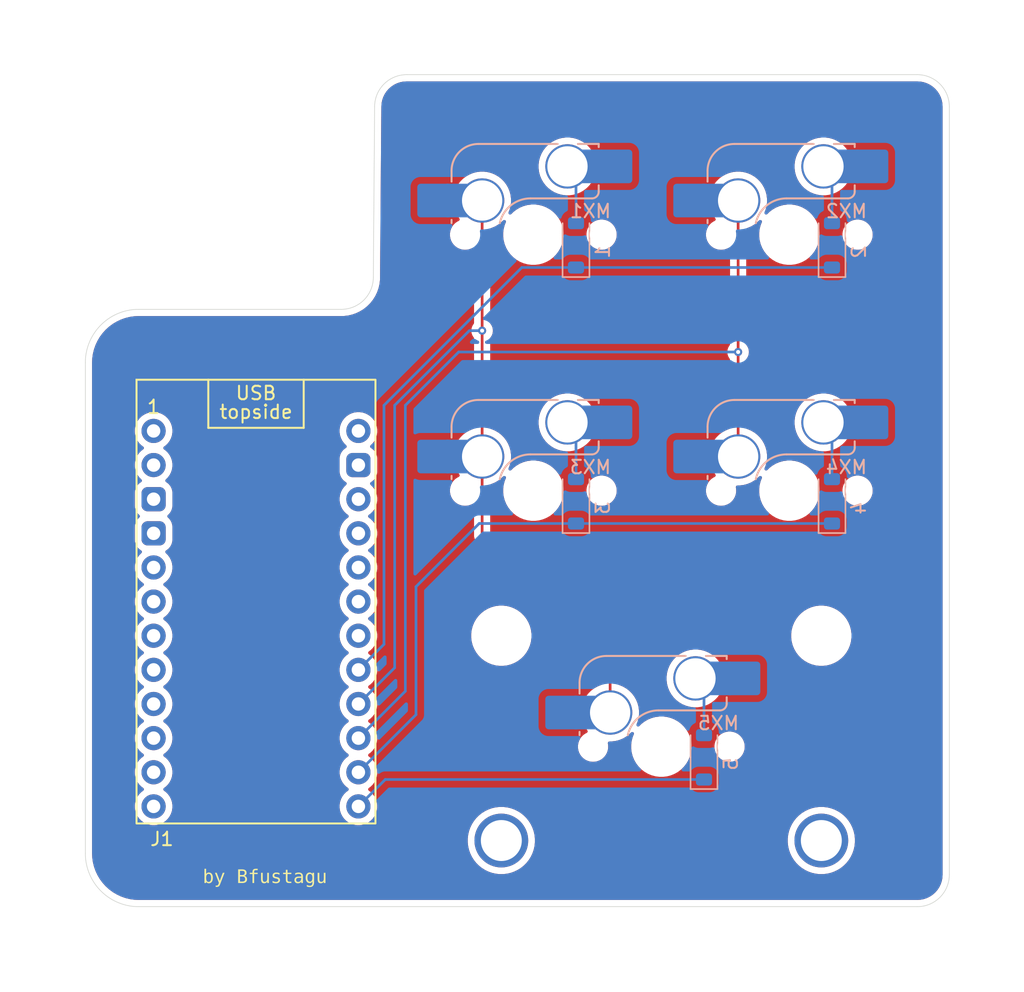
<source format=kicad_pcb>
(kicad_pcb (version 20241229) (generator "pcbnew") (generator_version "9.0")
  (layers (0 "F.Cu" signal) (2 "B.Cu" signal) (13 "F.Paste" user) (15 "B.Paste" user) (5 "F.SilkS" user "F.Silkscreen") (7 "B.SilkS" user "B.Silkscreen") (1 "F.Mask" user) (3 "B.Mask" user) (25 "Edge.Cuts" user))
  (net 0 "")
  (net 1 "Net-(D1-A)")
  (net 2 "Net-(D2-A)")
  (net 3 "Net-(D3-A)")
  (net 4 "Net-(D4-A)")
  (net 5 "Net-(D5-A)")
  (net 25 "row_1")
  (net 26 "row_2")
  (net 27 "row_3")
  (net 28 "col_2")
  (net 29 "col_1")
  (footprint "PCM_marbastlib-xp-promicroish:ProMicro_USBup" (layer "F.Cu") (at 64.4525 87.63)
    (property "Reference" "J1" (at -7 16.4 0) (layer "F.SilkS"))
    (property "Value" "Conn_02x12_Top_Bottom")
    (fp_line (start -3.55 -14.2) (end -3.55 -17.78) (stroke (width 0.15)) (layer "F.SilkS"))
    (fp_line (start 3.55 -14.2) (end -3.55 -14.2) (stroke (width 0.15)) (layer "F.SilkS"))
    (fp_line (start 3.55 -14.2) (end 3.55 -17.78) (stroke (width 0.15)) (layer "F.SilkS"))
    (fp_rect (start -8.89 -17.78) (end 8.89 15.24) (stroke (width 0.15)) (fill no) (layer "F.SilkS"))
    (fp_text user "1" (at -7.62 -15.17 0) (layer "F.SilkS") (effects (justify bottom)))
    (fp_text user "topside" (at 0 -14.8 0) (layer "F.SilkS") (effects (justify bottom)))
    (fp_text user "USB" (at 0 -16.2 0) (layer "F.SilkS") (effects (justify bottom)))
    (pad "1" thru_hole circle (at -7.62 -13.97) (size 1.8 1.8) (drill 1) (layers "*.Cu" "B.Mask"))
    (pad "2" thru_hole circle (at -7.62 -11.43) (size 1.8 1.8) (drill 1) (layers "*.Cu" "B.Mask"))
    (pad "3" thru_hole roundrect (at -7.62 -8.89) (size 1.8 1.8) (drill 1) (layers "*.Cu" "B.Mask"))
    (pad "4" thru_hole roundrect (at -7.62 -6.35) (size 1.8 1.8) (drill 1) (layers "*.Cu" "B.Mask"))
    (pad "5" thru_hole circle (at -7.62 -3.81) (size 1.8 1.8) (drill 1) (layers "*.Cu" "B.Mask"))
    (pad "6" thru_hole circle (at -7.62 -1.27) (size 1.8 1.8) (drill 1) (layers "*.Cu" "B.Mask"))
    (pad "7" thru_hole circle (at -7.62 1.27) (size 1.8 1.8) (drill 1) (layers "*.Cu" "B.Mask"))
    (pad "8" thru_hole circle (at -7.62 3.81) (size 1.8 1.8) (drill 1) (layers "*.Cu" "B.Mask"))
    (pad "9" thru_hole circle (at -7.62 6.35) (size 1.8 1.8) (drill 1) (layers "*.Cu" "B.Mask"))
    (pad "10" thru_hole circle (at -7.62 8.89) (size 1.8 1.8) (drill 1) (layers "*.Cu" "B.Mask"))
    (pad "11" thru_hole circle (at -7.62 11.43) (size 1.8 1.8) (drill 1) (layers "*.Cu" "B.Mask"))
    (pad "12" thru_hole circle (at -7.62 13.97) (size 1.8 1.8) (drill 1) (layers "*.Cu" "B.Mask"))
    (pad "13" thru_hole circle (at 7.62 -13.97) (size 1.8 1.8) (drill 1) (layers "*.Cu" "B.Mask"))
    (pad "14" thru_hole roundrect (at 7.62 -11.43) (size 1.8 1.8) (drill 1) (layers "*.Cu" "B.Mask"))
    (pad "15" thru_hole circle (at 7.62 -8.89) (size 1.8 1.8) (drill 1) (layers "*.Cu" "B.Mask"))
    (pad "16" thru_hole circle (at 7.62 -6.35) (size 1.8 1.8) (drill 1) (layers "*.Cu" "B.Mask"))
    (pad "17" thru_hole circle (at 7.62 -3.81) (size 1.8 1.8) (drill 1) (layers "*.Cu" "B.Mask"))
    (pad "18" thru_hole circle (at 7.62 -1.27) (size 1.8 1.8) (drill 1) (layers "*.Cu" "B.Mask"))
    (pad "19" thru_hole circle (at 7.62 1.27) (size 1.8 1.8) (drill 1) (layers "*.Cu" "B.Mask"))
    (pad "20" thru_hole circle (at 7.62 3.81) (size 1.8 1.8) (drill 1) (layers "*.Cu" "B.Mask") (net 25 "row_1"))
    (pad "21" thru_hole circle (at 7.62 6.35) (size 1.8 1.8) (drill 1) (layers "*.Cu" "B.Mask") (net 29 "col_1"))
    (pad "22" thru_hole circle (at 7.62 8.89) (size 1.8 1.8) (drill 1) (layers "*.Cu" "B.Mask") (net 28 "col_2"))
    (pad "23" thru_hole circle (at 7.62 11.43) (size 1.8 1.8) (drill 1) (layers "*.Cu" "B.Mask") (net 26 "row_2"))
    (pad "24" thru_hole circle (at 7.62 13.97) (size 1.8 1.8) (drill 1) (layers "*.Cu" "B.Mask") (net 27 "row_3"))
  )
  (footprint "PCM_marbastlib-mx:STAB_MX_P_2u" (layer "F.Cu") (at 94.615 97.155 180)
    (property "Reference" "S1" (hide yes))
    (property "Value" "MX_stab")
    (pad "" thru_hole circle (at -11.90625 -6.985 180) (size 4 4) (drill 3.048) (layers "*.Cu" "B.Mask"))
    (pad "" np_thru_hole circle (at -11.90625 8.255 180) (size 3.9878 3.9878) (drill 3.9878) (layers "*.Cu" "*.Mask"))
    (pad "" thru_hole circle (at 11.90625 -6.985 180) (size 4 4) (drill 3.048) (layers "*.Cu" "B.Mask"))
    (pad "" np_thru_hole circle (at 11.90625 8.255 180) (size 3.9878 3.9878) (drill 3.9878) (layers "*.Cu" "*.Mask"))
  )
  (footprint "Diode_SMD:D_SOD-123" (layer "B.Cu") (at 107.315 59.84875 90)
    (property "Reference" "D2" (at 0 2 90) (layer "B.SilkS") (effects (justify mirror)))
    (property "Value" "D_Small")
    (fp_line (start -2.36 -1) (end 1.65 -1) (stroke (width 0.12)) (layer "B.SilkS"))
    (fp_line (start -2.36 1) (end -2.36 -1) (stroke (width 0.12)) (layer "B.SilkS"))
    (fp_line (start -2.36 1) (end 1.65 1) (stroke (width 0.12)) (layer "B.SilkS"))
    (pad "1" smd roundrect (at -1.65 0 90) (size 0.9 1.2) (layers "B.Cu" "B.Mask" "B.Paste") (net 25 "row_1"))
    (pad "2" smd roundrect (at 1.65 0 90) (size 0.9 1.2) (layers "B.Cu" "B.Mask" "B.Paste") (net 2 "Net-(D2-A)"))
  )
  (footprint "Diode_SMD:D_SOD-123" (layer "B.Cu") (at 88.265 78.89875 90)
    (property "Reference" "D3" (at 0 2 90) (layer "B.SilkS") (effects (justify mirror)))
    (property "Value" "D_Small")
    (fp_line (start -2.36 -1) (end 1.65 -1) (stroke (width 0.12)) (layer "B.SilkS"))
    (fp_line (start -2.36 1) (end -2.36 -1) (stroke (width 0.12)) (layer "B.SilkS"))
    (fp_line (start -2.36 1) (end 1.65 1) (stroke (width 0.12)) (layer "B.SilkS"))
    (pad "1" smd roundrect (at -1.65 0 90) (size 0.9 1.2) (layers "B.Cu" "B.Mask" "B.Paste") (net 26 "row_2"))
    (pad "2" smd roundrect (at 1.65 0 90) (size 0.9 1.2) (layers "B.Cu" "B.Mask" "B.Paste") (net 3 "Net-(D3-A)"))
  )
  (footprint "Diode_SMD:D_SOD-123" (layer "B.Cu") (at 88.265 59.84875 90)
    (property "Reference" "D1" (at 0 2 90) (layer "B.SilkS") (effects (justify mirror)))
    (property "Value" "D_Small")
    (fp_line (start -2.36 -1) (end 1.65 -1) (stroke (width 0.12)) (layer "B.SilkS"))
    (fp_line (start -2.36 1) (end -2.36 -1) (stroke (width 0.12)) (layer "B.SilkS"))
    (fp_line (start -2.36 1) (end 1.65 1) (stroke (width 0.12)) (layer "B.SilkS"))
    (pad "1" smd roundrect (at -1.65 0 90) (size 0.9 1.2) (layers "B.Cu" "B.Mask" "B.Paste") (net 25 "row_1"))
    (pad "2" smd roundrect (at 1.65 0 90) (size 0.9 1.2) (layers "B.Cu" "B.Mask" "B.Paste") (net 1 "Net-(D1-A)"))
  )
  (footprint "PCM_marbastlib-mx:SW_MX_HS_CPG151101S11_1u" (layer "B.Cu") (at 104.14 78.105 180)
    (property "Reference" "MX4" (at -4.25 1.75 0) (layer "B.SilkS") (effects (justify mirror)))
    (property "Value" "MX_SW_HS")
    (fp_line (start 6.085176 3.95022) (end 6.085176 4.75022) (stroke (width 0.15)) (layer "B.SilkS"))
    (fp_line (start 6.085176 1.10022) (end 6.085176 0.86022) (stroke (width 0.15)) (layer "B.SilkS"))
    (fp_line (start 4.085176 6.75022) (end -1.814824 6.75022) (stroke (width 0.15)) (layer "B.SilkS"))
    (fp_line (start -3.314824 6.75022) (end -4.864824 6.75022) (stroke (width 0.15)) (layer "B.SilkS"))
    (fp_line (start -4.364824 2.70022) (end 0.2 2.70022) (stroke (width 0.15)) (layer "B.SilkS"))
    (fp_line (start -4.864824 6.75022) (end -4.864824 6.52022) (stroke (width 0.15)) (layer "B.SilkS"))
    (fp_line (start -4.864824 3.67022) (end -4.864824 3.20022) (stroke (width 0.15)) (layer "B.SilkS"))
    (fp_arc (start 6.085176 4.75022) (mid 5.499389 6.164432) (end 4.085176 6.75022) (stroke (width 0.15)) (layer "B.SilkS"))
    (fp_arc (start 2.494322 0.86022) (mid 1.670693 2.183637) (end 0.2 2.70022) (stroke (width 0.15)) (layer "B.SilkS"))
    (fp_arc (start -4.864824 3.20022) (mid -4.718377 2.846667) (end -4.364824 2.70022) (stroke (width 0.15)) (layer "B.SilkS"))
    (pad "" np_thru_hole circle (at -5.08 0 180) (size 1.75 1.75) (drill 1.75) (layers "*.Cu" "*.Mask"))
    (pad "" np_thru_hole circle (at 0 0 180) (size 3.9878 3.9878) (drill 3.9878) (layers "*.Cu" "*.Mask"))
    (pad "" np_thru_hole circle (at 5.08 0 180) (size 1.75 1.75) (drill 1.75) (layers "*.Cu" "*.Mask"))
    (pad "1" thru_hole circle (at 3.81 2.54 180) (size 3.3 3.3) (drill 3) (layers "*.Cu" "*.Mask") (net 28 "col_2"))
    (pad "1" smd rect (at 5.635 2.54) (size 1.65 2.5) (layers "B.Cu") (net 28 "col_2"))
    (pad "1" smd roundrect (at 7.36 2.54 180) (size 2.55 2.5) (layers "B.Cu" "B.Mask" "B.Paste") (roundrect_rratio 0.1) (net 28 "col_2"))
    (pad "2" smd roundrect (at -6.09 5.08 180) (size 2.55 2.5) (layers "B.Cu" "B.Mask" "B.Paste") (roundrect_rratio 0.1) (net 4 "Net-(D4-A)"))
    (pad "2" smd rect (at -4.34 5.08 180) (size 1.65 2.5) (layers "B.Cu") (net 4 "Net-(D4-A)"))
    (pad "2" thru_hole circle (at -2.54 5.08 180) (size 3.3 3.3) (drill 3) (layers "*.Cu" "*.Mask") (net 4 "Net-(D4-A)"))
  )
  (footprint "PCM_marbastlib-mx:SW_MX_HS_CPG151101S11_1u" (layer "B.Cu") (at 85.09 78.105 180)
    (property "Reference" "MX3" (at -4.25 1.75 0) (layer "B.SilkS") (effects (justify mirror)))
    (property "Value" "MX_SW_HS")
    (fp_line (start 6.085176 3.95022) (end 6.085176 4.75022) (stroke (width 0.15)) (layer "B.SilkS"))
    (fp_line (start 6.085176 1.10022) (end 6.085176 0.86022) (stroke (width 0.15)) (layer "B.SilkS"))
    (fp_line (start 4.085176 6.75022) (end -1.814824 6.75022) (stroke (width 0.15)) (layer "B.SilkS"))
    (fp_line (start -3.314824 6.75022) (end -4.864824 6.75022) (stroke (width 0.15)) (layer "B.SilkS"))
    (fp_line (start -4.364824 2.70022) (end 0.2 2.70022) (stroke (width 0.15)) (layer "B.SilkS"))
    (fp_line (start -4.864824 6.75022) (end -4.864824 6.52022) (stroke (width 0.15)) (layer "B.SilkS"))
    (fp_line (start -4.864824 3.67022) (end -4.864824 3.20022) (stroke (width 0.15)) (layer "B.SilkS"))
    (fp_arc (start 6.085176 4.75022) (mid 5.499389 6.164432) (end 4.085176 6.75022) (stroke (width 0.15)) (layer "B.SilkS"))
    (fp_arc (start 2.494322 0.86022) (mid 1.670693 2.183637) (end 0.2 2.70022) (stroke (width 0.15)) (layer "B.SilkS"))
    (fp_arc (start -4.864824 3.20022) (mid -4.718377 2.846667) (end -4.364824 2.70022) (stroke (width 0.15)) (layer "B.SilkS"))
    (pad "" np_thru_hole circle (at -5.08 0 180) (size 1.75 1.75) (drill 1.75) (layers "*.Cu" "*.Mask"))
    (pad "" np_thru_hole circle (at 0 0 180) (size 3.9878 3.9878) (drill 3.9878) (layers "*.Cu" "*.Mask"))
    (pad "" np_thru_hole circle (at 5.08 0 180) (size 1.75 1.75) (drill 1.75) (layers "*.Cu" "*.Mask"))
    (pad "1" thru_hole circle (at 3.81 2.54 180) (size 3.3 3.3) (drill 3) (layers "*.Cu" "*.Mask") (net 29 "col_1"))
    (pad "1" smd rect (at 5.635 2.54) (size 1.65 2.5) (layers "B.Cu") (net 29 "col_1"))
    (pad "1" smd roundrect (at 7.36 2.54 180) (size 2.55 2.5) (layers "B.Cu" "B.Mask" "B.Paste") (roundrect_rratio 0.1) (net 29 "col_1"))
    (pad "2" smd roundrect (at -6.09 5.08 180) (size 2.55 2.5) (layers "B.Cu" "B.Mask" "B.Paste") (roundrect_rratio 0.1) (net 3 "Net-(D3-A)"))
    (pad "2" smd rect (at -4.34 5.08 180) (size 1.65 2.5) (layers "B.Cu") (net 3 "Net-(D3-A)"))
    (pad "2" thru_hole circle (at -2.54 5.08 180) (size 3.3 3.3) (drill 3) (layers "*.Cu" "*.Mask") (net 3 "Net-(D3-A)"))
  )
  (footprint "PCM_marbastlib-mx:SW_MX_HS_CPG151101S11_1u" (layer "B.Cu") (at 104.14 59.055 180)
    (property "Reference" "MX2" (at -4.25 1.75 0) (layer "B.SilkS") (effects (justify mirror)))
    (property "Value" "MX_SW_HS")
    (fp_line (start 6.085176 3.95022) (end 6.085176 4.75022) (stroke (width 0.15)) (layer "B.SilkS"))
    (fp_line (start 6.085176 1.10022) (end 6.085176 0.86022) (stroke (width 0.15)) (layer "B.SilkS"))
    (fp_line (start 4.085176 6.75022) (end -1.814824 6.75022) (stroke (width 0.15)) (layer "B.SilkS"))
    (fp_line (start -3.314824 6.75022) (end -4.864824 6.75022) (stroke (width 0.15)) (layer "B.SilkS"))
    (fp_line (start -4.364824 2.70022) (end 0.2 2.70022) (stroke (width 0.15)) (layer "B.SilkS"))
    (fp_line (start -4.864824 6.75022) (end -4.864824 6.52022) (stroke (width 0.15)) (layer "B.SilkS"))
    (fp_line (start -4.864824 3.67022) (end -4.864824 3.20022) (stroke (width 0.15)) (layer "B.SilkS"))
    (fp_arc (start 6.085176 4.75022) (mid 5.499389 6.164432) (end 4.085176 6.75022) (stroke (width 0.15)) (layer "B.SilkS"))
    (fp_arc (start 2.494322 0.86022) (mid 1.670693 2.183637) (end 0.2 2.70022) (stroke (width 0.15)) (layer "B.SilkS"))
    (fp_arc (start -4.864824 3.20022) (mid -4.718377 2.846667) (end -4.364824 2.70022) (stroke (width 0.15)) (layer "B.SilkS"))
    (pad "" np_thru_hole circle (at -5.08 0 180) (size 1.75 1.75) (drill 1.75) (layers "*.Cu" "*.Mask"))
    (pad "" np_thru_hole circle (at 0 0 180) (size 3.9878 3.9878) (drill 3.9878) (layers "*.Cu" "*.Mask"))
    (pad "" np_thru_hole circle (at 5.08 0 180) (size 1.75 1.75) (drill 1.75) (layers "*.Cu" "*.Mask"))
    (pad "1" thru_hole circle (at 3.81 2.54 180) (size 3.3 3.3) (drill 3) (layers "*.Cu" "*.Mask") (net 28 "col_2"))
    (pad "1" smd rect (at 5.635 2.54) (size 1.65 2.5) (layers "B.Cu") (net 28 "col_2"))
    (pad "1" smd roundrect (at 7.36 2.54 180) (size 2.55 2.5) (layers "B.Cu" "B.Mask" "B.Paste") (roundrect_rratio 0.1) (net 28 "col_2"))
    (pad "2" smd roundrect (at -6.09 5.08 180) (size 2.55 2.5) (layers "B.Cu" "B.Mask" "B.Paste") (roundrect_rratio 0.1) (net 2 "Net-(D2-A)"))
    (pad "2" smd rect (at -4.34 5.08 180) (size 1.65 2.5) (layers "B.Cu") (net 2 "Net-(D2-A)"))
    (pad "2" thru_hole circle (at -2.54 5.08 180) (size 3.3 3.3) (drill 3) (layers "*.Cu" "*.Mask") (net 2 "Net-(D2-A)"))
  )
  (footprint "Diode_SMD:D_SOD-123" (layer "B.Cu") (at 97.79 97.94875 90)
    (property "Reference" "D5" (at 0 2 90) (layer "B.SilkS") (effects (justify mirror)))
    (property "Value" "D_Small")
    (fp_line (start -2.36 -1) (end 1.65 -1) (stroke (width 0.12)) (layer "B.SilkS"))
    (fp_line (start -2.36 1) (end -2.36 -1) (stroke (width 0.12)) (layer "B.SilkS"))
    (fp_line (start -2.36 1) (end 1.65 1) (stroke (width 0.12)) (layer "B.SilkS"))
    (pad "1" smd roundrect (at -1.65 0 90) (size 0.9 1.2) (layers "B.Cu" "B.Mask" "B.Paste") (net 27 "row_3"))
    (pad "2" smd roundrect (at 1.65 0 90) (size 0.9 1.2) (layers "B.Cu" "B.Mask" "B.Paste") (net 5 "Net-(D5-A)"))
  )
  (footprint "Diode_SMD:D_SOD-123" (layer "B.Cu") (at 107.315 78.89875 90)
    (property "Reference" "D4" (at 0 2 90) (layer "B.SilkS") (effects (justify mirror)))
    (property "Value" "D_Small")
    (fp_line (start -2.36 -1) (end 1.65 -1) (stroke (width 0.12)) (layer "B.SilkS"))
    (fp_line (start -2.36 1) (end -2.36 -1) (stroke (width 0.12)) (layer "B.SilkS"))
    (fp_line (start -2.36 1) (end 1.65 1) (stroke (width 0.12)) (layer "B.SilkS"))
    (pad "1" smd roundrect (at -1.65 0 90) (size 0.9 1.2) (layers "B.Cu" "B.Mask" "B.Paste") (net 26 "row_2"))
    (pad "2" smd roundrect (at 1.65 0 90) (size 0.9 1.2) (layers "B.Cu" "B.Mask" "B.Paste") (net 4 "Net-(D4-A)"))
  )
  (footprint "PCM_marbastlib-mx:SW_MX_HS_CPG151101S11_1u" (layer "B.Cu") (at 94.615 97.155 180)
    (property "Reference" "MX5" (at -4.25 1.75 0) (layer "B.SilkS") (effects (justify mirror)))
    (property "Value" "MX_SW_HS")
    (fp_line (start 6.085176 3.95022) (end 6.085176 4.75022) (stroke (width 0.15)) (layer "B.SilkS"))
    (fp_line (start 6.085176 1.10022) (end 6.085176 0.86022) (stroke (width 0.15)) (layer "B.SilkS"))
    (fp_line (start 4.085176 6.75022) (end -1.814824 6.75022) (stroke (width 0.15)) (layer "B.SilkS"))
    (fp_line (start -3.314824 6.75022) (end -4.864824 6.75022) (stroke (width 0.15)) (layer "B.SilkS"))
    (fp_line (start -4.364824 2.70022) (end 0.2 2.70022) (stroke (width 0.15)) (layer "B.SilkS"))
    (fp_line (start -4.864824 6.75022) (end -4.864824 6.52022) (stroke (width 0.15)) (layer "B.SilkS"))
    (fp_line (start -4.864824 3.67022) (end -4.864824 3.20022) (stroke (width 0.15)) (layer "B.SilkS"))
    (fp_arc (start 6.085176 4.75022) (mid 5.499389 6.164432) (end 4.085176 6.75022) (stroke (width 0.15)) (layer "B.SilkS"))
    (fp_arc (start 2.494322 0.86022) (mid 1.670693 2.183637) (end 0.2 2.70022) (stroke (width 0.15)) (layer "B.SilkS"))
    (fp_arc (start -4.864824 3.20022) (mid -4.718377 2.846667) (end -4.364824 2.70022) (stroke (width 0.15)) (layer "B.SilkS"))
    (pad "" np_thru_hole circle (at -5.08 0 180) (size 1.75 1.75) (drill 1.75) (layers "*.Cu" "*.Mask"))
    (pad "" np_thru_hole circle (at 0 0 180) (size 3.9878 3.9878) (drill 3.9878) (layers "*.Cu" "*.Mask"))
    (pad "" np_thru_hole circle (at 5.08 0 180) (size 1.75 1.75) (drill 1.75) (layers "*.Cu" "*.Mask"))
    (pad "1" thru_hole circle (at 3.81 2.54 180) (size 3.3 3.3) (drill 3) (layers "*.Cu" "*.Mask") (net 29 "col_1"))
    (pad "1" smd rect (at 5.635 2.54) (size 1.65 2.5) (layers "B.Cu") (net 29 "col_1"))
    (pad "1" smd roundrect (at 7.36 2.54 180) (size 2.55 2.5) (layers "B.Cu" "B.Mask" "B.Paste") (roundrect_rratio 0.1) (net 29 "col_1"))
    (pad "2" smd roundrect (at -6.09 5.08 180) (size 2.55 2.5) (layers "B.Cu" "B.Mask" "B.Paste") (roundrect_rratio 0.1) (net 5 "Net-(D5-A)"))
    (pad "2" smd rect (at -4.34 5.08 180) (size 1.65 2.5) (layers "B.Cu") (net 5 "Net-(D5-A)"))
    (pad "2" thru_hole circle (at -2.54 5.08 180) (size 3.3 3.3) (drill 3) (layers "*.Cu" "*.Mask") (net 5 "Net-(D5-A)"))
  )
  (footprint "PCM_marbastlib-mx:SW_MX_HS_CPG151101S11_1u" (layer "B.Cu") (at 85.09 59.055 180)
    (property "Reference" "MX1" (at -4.25 1.75 0) (layer "B.SilkS") (effects (justify mirror)))
    (property "Value" "MX_SW_HS")
    (fp_line (start 6.085176 3.95022) (end 6.085176 4.75022) (stroke (width 0.15)) (layer "B.SilkS"))
    (fp_line (start 6.085176 1.10022) (end 6.085176 0.86022) (stroke (width 0.15)) (layer "B.SilkS"))
    (fp_line (start 4.085176 6.75022) (end -1.814824 6.75022) (stroke (width 0.15)) (layer "B.SilkS"))
    (fp_line (start -3.314824 6.75022) (end -4.864824 6.75022) (stroke (width 0.15)) (layer "B.SilkS"))
    (fp_line (start -4.364824 2.70022) (end 0.2 2.70022) (stroke (width 0.15)) (layer "B.SilkS"))
    (fp_line (start -4.864824 6.75022) (end -4.864824 6.52022) (stroke (width 0.15)) (layer "B.SilkS"))
    (fp_line (start -4.864824 3.67022) (end -4.864824 3.20022) (stroke (width 0.15)) (layer "B.SilkS"))
    (fp_arc (start 6.085176 4.75022) (mid 5.499389 6.164432) (end 4.085176 6.75022) (stroke (width 0.15)) (layer "B.SilkS"))
    (fp_arc (start 2.494322 0.86022) (mid 1.670693 2.183637) (end 0.2 2.70022) (stroke (width 0.15)) (layer "B.SilkS"))
    (fp_arc (start -4.864824 3.20022) (mid -4.718377 2.846667) (end -4.364824 2.70022) (stroke (width 0.15)) (layer "B.SilkS"))
    (pad "" np_thru_hole circle (at -5.08 0 180) (size 1.75 1.75) (drill 1.75) (layers "*.Cu" "*.Mask"))
    (pad "" np_thru_hole circle (at 0 0 180) (size 3.9878 3.9878) (drill 3.9878) (layers "*.Cu" "*.Mask"))
    (pad "" np_thru_hole circle (at 5.08 0 180) (size 1.75 1.75) (drill 1.75) (layers "*.Cu" "*.Mask"))
    (pad "1" thru_hole circle (at 3.81 2.54 180) (size 3.3 3.3) (drill 3) (layers "*.Cu" "*.Mask") (net 29 "col_1"))
    (pad "1" smd rect (at 5.635 2.54) (size 1.65 2.5) (layers "B.Cu") (net 29 "col_1"))
    (pad "1" smd roundrect (at 7.36 2.54 180) (size 2.55 2.5) (layers "B.Cu" "B.Mask" "B.Paste") (roundrect_rratio 0.1) (net 29 "col_1"))
    (pad "2" smd roundrect (at -6.09 5.08 180) (size 2.55 2.5) (layers "B.Cu" "B.Mask" "B.Paste") (roundrect_rratio 0.1) (net 1 "Net-(D1-A)"))
    (pad "2" smd rect (at -4.34 5.08 180) (size 1.65 2.5) (layers "B.Cu") (net 1 "Net-(D1-A)"))
    (pad "2" thru_hole circle (at -2.54 5.08 180) (size 3.3 3.3) (drill 3) (layers "*.Cu" "*.Mask") (net 1 "Net-(D1-A)"))
  )
  (gr_arc (start 73.18375 62.23) (mid 72.486298 63.913798) (end 70.8025 64.61125) (stroke (width 0.05)) (layer "Edge.Cuts"))
  (gr_line (start 51.7525 105.0925) (end 51.7525 68.58) (stroke (width 0.05)) (layer "Edge.Cuts"))
  (gr_line (start 116.04625 49.53) (end 116.04625 106.68) (stroke (width 0.05)) (layer "Edge.Cuts"))
  (gr_line (start 55.72125 64.61125) (end 70.8025 64.61125) (stroke (width 0.05)) (layer "Edge.Cuts"))
  (gr_arc (start 116.04625 106.68) (mid 115.348798 108.363798) (end 113.665 109.06125) (stroke (width 0.05)) (layer "Edge.Cuts"))
  (gr_line (start 75.6613 47.14875) (end 113.665 47.14875) (stroke (width 0.05)) (layer "Edge.Cuts"))
  (gr_arc (start 113.665 47.14875) (mid 115.348798 47.846202) (end 116.04625 49.53) (stroke (width 0.05)) (layer "Edge.Cuts"))
  (gr_line (start 113.665 109.06125) (end 55.72125 109.06125) (stroke (width 0.05)) (layer "Edge.Cuts"))
  (gr_arc (start 55.72125 109.06125) (mid 52.91492 107.89883) (end 51.7525 105.0925) (stroke (width 0.05)) (layer "Edge.Cuts"))
  (gr_arc (start 73.280048 49.53) (mid 73.9775 47.846202) (end 75.661298 47.14875) (stroke (width 0.05)) (layer "Edge.Cuts"))
  (gr_line (start 73.280048 49.53) (end 73.18375 62.23) (stroke (width 0.05)) (layer "Edge.Cuts"))
  (gr_arc (start 51.7525 68.58) (mid 52.91492 65.77367) (end 55.72125 64.61125) (stroke (width 0.05)) (layer "Edge.Cuts"))
  (gr_text "by Bfustagu" (at 60.48375 107.47375 0) (layer "F.SilkS") (effects (font (size 1 1) (thickness 0.1875)) (justify left bottom)))
  (segment (start 88.265 54.61) (end 87.63 53.975) (width 0.2) (layer "B.Cu") (net 1))
  (segment (start 88.265 58.19875) (end 88.265 54.61) (width 0.2) (layer "B.Cu") (net 1))
  (segment (start 107.315 54.61) (end 106.68 53.975) (width 0.2) (layer "B.Cu") (net 2))
  (segment (start 107.315 58.19875) (end 107.315 54.61) (width 0.2) (layer "B.Cu") (net 2))
  (segment (start 88.265 73.66) (end 87.63 73.025) (width 0.2) (layer "B.Cu") (net 3))
  (segment (start 88.265 77.24875) (end 88.265 73.66) (width 0.2) (layer "B.Cu") (net 3))
  (segment (start 107.315 77.24875) (end 107.315 73.66) (width 0.2) (layer "B.Cu") (net 4))
  (segment (start 107.315 73.66) (end 106.68 73.025) (width 0.2) (layer "B.Cu") (net 4))
  (segment (start 97.79 92.71) (end 97.155 92.075) (width 0.2) (layer "B.Cu") (net 5))
  (segment (start 97.79 96.29875) (end 97.79 92.71) (width 0.2) (layer "B.Cu") (net 5))
  (segment (start 107.315 61.49875) (end 88.265 61.49875) (width 0.2) (layer "B.Cu") (net 25))
  (segment (start 73.9775 71.755) (end 73.9775 89.535) (width 0.2) (layer "B.Cu") (net 25))
  (segment (start 88.265 61.49875) (end 84.23375 61.49875) (width 0.2) (layer "B.Cu") (net 25))
  (segment (start 84.23375 61.49875) (end 73.9775 71.755) (width 0.2) (layer "B.Cu") (net 25))
  (segment (start 73.9775 89.535) (end 72.0725 91.44) (width 0.2) (layer "B.Cu") (net 25))
  (segment (start 81.05875 80.54875) (end 88.265 80.54875) (width 0.2) (layer "B.Cu") (net 26))
  (segment (start 72.0725 99.06) (end 76.35875 94.77375) (width 0.2) (layer "B.Cu") (net 26))
  (segment (start 76.35875 85.24875) (end 81.05875 80.54875) (width 0.2) (layer "B.Cu") (net 26))
  (segment (start 107.315 80.54875) (end 88.265 80.54875) (width 0.2) (layer "B.Cu") (net 26))
  (segment (start 76.35875 94.77375) (end 76.35875 85.24875) (width 0.2) (layer "B.Cu") (net 26))
  (segment (start 74.07375 99.59875) (end 97.79 99.59875) (width 0.2) (layer "B.Cu") (net 27))
  (segment (start 72.0725 101.6) (end 74.07375 99.59875) (width 0.2) (layer "B.Cu") (net 27))
  (segment (start 100.33 56.515) (end 100.33 67.78625) (width 0.2) (layer "F.Cu") (net 28))
  (segment (start 100.33 67.78625) (end 100.33 75.565) (width 0.2) (layer "F.Cu") (net 28))
  (via (at 100.33 67.78625) (size 0.6) (drill 0.3) (layers "F.Cu" "B.Cu") (net 28))
  (segment (start 72.0725 96.52) (end 75.565 93.0275) (width 0.2) (layer "B.Cu") (net 28))
  (segment (start 79.53375 67.78625) (end 100.33 67.78625) (width 0.2) (layer "B.Cu") (net 28))
  (segment (start 75.565 93.0275) (end 75.565 71.755) (width 0.2) (layer "B.Cu") (net 28))
  (segment (start 75.565 71.755) (end 79.53375 67.78625) (width 0.2) (layer "B.Cu") (net 28))
  (segment (start 90.805 86.995) (end 90.805 94.615) (width 0.2) (layer "F.Cu") (net 29))
  (segment (start 81.28 81.43875) (end 85.09 85.24875) (width 0.2) (layer "F.Cu") (net 29))
  (segment (start 89.05875 85.24875) (end 90.805 86.995) (width 0.2) (layer "F.Cu") (net 29))
  (segment (start 81.28 75.565) (end 81.28 81.43875) (width 0.2) (layer "F.Cu") (net 29))
  (segment (start 81.28 56.515) (end 81.28 66.19875) (width 0.2) (layer "F.Cu") (net 29))
  (segment (start 81.28 66.19875) (end 81.28 75.565) (width 0.2) (layer "F.Cu") (net 29))
  (segment (start 85.09 85.24875) (end 89.05875 85.24875) (width 0.2) (layer "F.Cu") (net 29))
  (via (at 81.28 66.19875) (size 0.6) (drill 0.3) (layers "F.Cu" "B.Cu") (net 29))
  (segment (start 72.0725 93.98) (end 74.77125 91.28125) (width 0.2) (layer "B.Cu") (net 29))
  (segment (start 80.3275 66.19875) (end 81.28 66.19875) (width 0.2) (layer "B.Cu") (net 29))
  (segment (start 74.77125 91.28125) (end 74.77125 71.755) (width 0.2) (layer "B.Cu") (net 29))
  (segment (start 74.77125 71.755) (end 80.3275 66.19875) (width 0.2) (layer "B.Cu") (net 29))
  (zone (net 0) (net_name "") (layers "F.Cu" "B.Cu") (connect_pads (clearance 0.5)) (min_thickness 0.25) (fill yes (thermal_gap 0.5) (thermal_bridge_width 0.5) (island_removal_mode 1) (island_area_min 10))
    (polygon (pts (xy 47.78375 41.5925) (xy 121.6025 42.38625) (xy 119.22125 115.41125) (xy 45.4025 114.6175)))
  )
)
</source>
